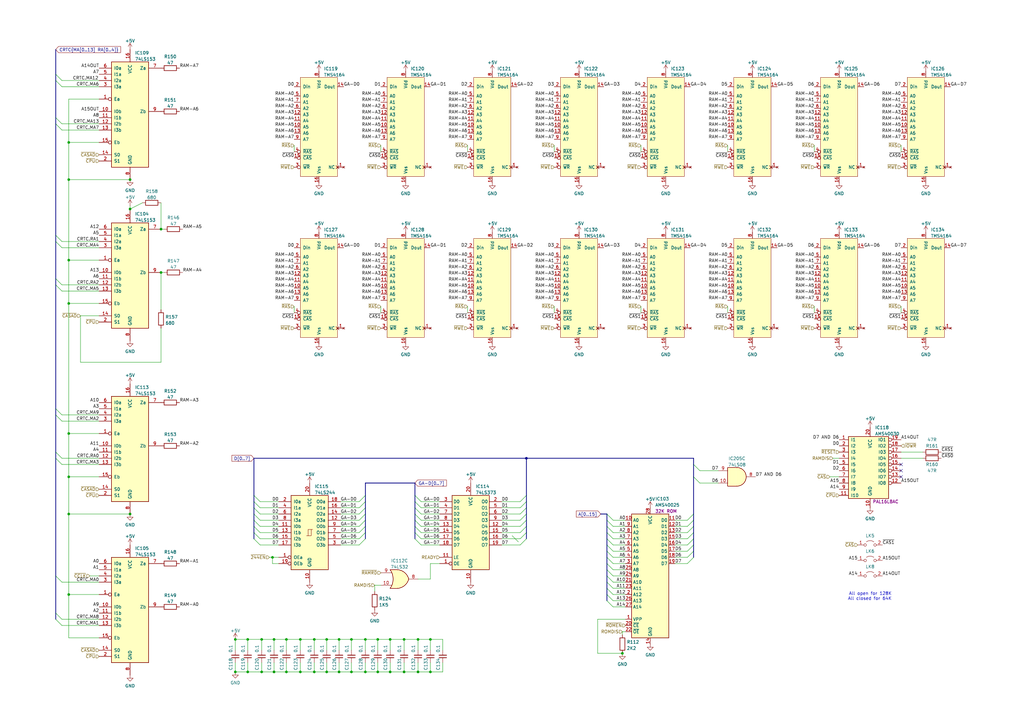
<source format=kicad_sch>
(kicad_sch (version 20211123) (generator eeschema)
  (paper "A3")
  (title_block (title "CPC6128 MC0020x memory") (date "2022-08-20") (rev "1") (company "Amstrad plc"))
  (junction (at 53.34 73.66))
  (junction (at 139.065 275.59))
  (junction (at 53.34 85.725))
  (junction (at 28.194 58.42))
  (junction (at 111.76 228.6))
  (junction (at 123.19 275.59))
  (junction (at 107.315 275.59))
  (junction (at 101.6 262.255))
  (junction (at 128.905 275.59))
  (junction (at 176.53 275.59))
  (junction (at 165.735 275.59))
  (junction (at 117.475 275.59))
  (junction (at 66.04 93.98))
  (junction (at 165.735 262.255))
  (junction (at 144.145 262.255))
  (junction (at 176.53 262.255))
  (junction (at 96.52 262.255))
  (junction (at 133.985 275.59))
  (junction (at 139.065 262.255))
  (junction (at 171.45 262.255))
  (junction (at 154.94 262.255))
  (junction (at 154.94 275.59))
  (junction (at 28.194 124.46))
  (junction (at 112.395 275.59))
  (junction (at 101.6 275.59))
  (junction (at 160.02 275.59))
  (junction (at 123.19 262.255))
  (junction (at 112.395 262.255))
  (junction (at 133.985 262.255))
  (junction (at 53.34 210.82))
  (junction (at 149.86 275.59))
  (junction (at 117.475 262.255))
  (junction (at 107.315 262.255))
  (junction (at 171.45 275.59))
  (junction (at 28.194 210.82))
  (junction (at 128.905 262.255))
  (junction (at 255.27 267.97))
  (junction (at 28.194 195.58))
  (junction (at 149.86 262.255))
  (junction (at 66.04 111.76))
  (junction (at 215.9 187.96))
  (junction (at 28.194 106.68))
  (junction (at 28.194 73.66))
  (junction (at 28.194 177.8))
  (junction (at 144.145 275.59))
  (junction (at 96.52 275.59))
  (junction (at 28.194 243.84))
  (junction (at 160.02 262.255))
  (no_connect (at 369.57 190.5))
  (no_connect (at 369.57 193.04))
  (no_connect (at 369.57 195.58))
  (bus_entry (at 22.86 170.18) (size 2.54 2.54))
  (bus_entry (at 284.48 195.58) (size 2.54 2.54))
  (bus_entry (at 22.86 99.06) (size 2.54 2.54))
  (bus_entry (at 215.9 213.36) (size -2.54 2.54))
  (bus_entry (at 170.18 218.44) (size 2.54 2.54))
  (bus_entry (at 22.86 251.46) (size 2.54 2.54))
  (bus_entry (at 248.92 220.98) (size 2.54 2.54))
  (bus_entry (at 284.48 190.5) (size 2.54 2.54))
  (bus_entry (at 22.86 236.22) (size 2.54 2.54))
  (bus_entry (at 22.86 187.96) (size 2.54 2.54))
  (bus_entry (at 22.86 96.52) (size 2.54 2.54))
  (bus_entry (at 210.058 219.71) (size 2.54 2.54))
  (bus_entry (at 284.48 213.36) (size -2.54 2.54))
  (bus_entry (at 248.92 228.6) (size 2.54 2.54))
  (bus_entry (at 149.86 210.82) (size -2.54 2.54))
  (bus_entry (at 22.86 185.42) (size 2.54 2.54))
  (bus_entry (at 248.92 241.3) (size 2.54 2.54))
  (bus_entry (at 170.18 205.74) (size 2.54 2.54))
  (bus_entry (at 22.86 114.3) (size 2.54 2.54))
  (bus_entry (at 22.86 48.26) (size 2.54 2.54))
  (bus_entry (at 104.14 213.36) (size 2.54 2.54))
  (bus_entry (at 248.92 215.9) (size 2.54 2.54))
  (bus_entry (at 248.92 210.82) (size 2.54 2.54))
  (bus_entry (at 248.92 238.76) (size 2.54 2.54))
  (bus_entry (at 248.92 223.52) (size 2.54 2.54))
  (bus_entry (at 149.86 218.44) (size -2.54 2.54))
  (bus_entry (at 170.18 215.9) (size 2.54 2.54))
  (bus_entry (at 215.9 220.98) (size -2.54 2.54))
  (bus_entry (at 284.48 223.52) (size -2.54 2.54))
  (bus_entry (at 215.9 218.44) (size -2.54 2.54))
  (bus_entry (at 215.9 208.28) (size -2.54 2.54))
  (bus_entry (at 149.86 205.74) (size -2.54 2.54))
  (bus_entry (at 248.92 213.36) (size 2.54 2.54))
  (bus_entry (at 215.9 205.74) (size -2.54 2.54))
  (bus_entry (at 170.18 210.82) (size 2.54 2.54))
  (bus_entry (at 104.14 208.28) (size 2.54 2.54))
  (bus_entry (at 248.92 236.22) (size 2.54 2.54))
  (bus_entry (at 248.92 231.14) (size 2.54 2.54))
  (bus_entry (at 22.86 167.64) (size 2.54 2.54))
  (bus_entry (at 284.48 220.98) (size -2.54 2.54))
  (bus_entry (at 284.48 218.44) (size -2.54 2.54))
  (bus_entry (at 104.14 220.98) (size 2.54 2.54))
  (bus_entry (at 22.86 33.02) (size 2.54 2.54))
  (bus_entry (at 215.9 215.9) (size -2.54 2.54))
  (bus_entry (at 170.18 213.36) (size 2.54 2.54))
  (bus_entry (at 248.92 243.84) (size 2.54 2.54))
  (bus_entry (at 248.92 246.38) (size 2.54 2.54))
  (bus_entry (at 149.86 213.36) (size -2.54 2.54))
  (bus_entry (at 104.14 203.2) (size 2.54 2.54))
  (bus_entry (at 149.86 215.9) (size -2.54 2.54))
  (bus_entry (at 22.86 30.48) (size 2.54 2.54))
  (bus_entry (at 104.14 210.82) (size 2.54 2.54))
  (bus_entry (at 284.48 228.6) (size -2.54 2.54))
  (bus_entry (at 22.86 116.84) (size 2.54 2.54))
  (bus_entry (at 284.48 226.06) (size -2.54 2.54))
  (bus_entry (at 215.9 203.2) (size -2.54 2.54))
  (bus_entry (at 22.86 50.8) (size 2.54 2.54))
  (bus_entry (at 248.92 233.68) (size 2.54 2.54))
  (bus_entry (at 104.14 218.44) (size 2.54 2.54))
  (bus_entry (at 248.92 226.06) (size 2.54 2.54))
  (bus_entry (at 215.9 210.82) (size -2.54 2.54))
  (bus_entry (at 149.86 203.2) (size -2.54 2.54))
  (bus_entry (at 284.48 215.9) (size -2.54 2.54))
  (bus_entry (at 284.48 210.82) (size -2.54 2.54))
  (bus_entry (at 170.18 203.2) (size 2.54 2.54))
  (bus_entry (at 170.18 220.98) (size 2.54 2.54))
  (bus_entry (at 104.14 215.9) (size 2.54 2.54))
  (bus_entry (at 149.86 208.28) (size -2.54 2.54))
  (bus_entry (at 170.18 208.28) (size 2.54 2.54))
  (bus_entry (at 248.92 218.44) (size 2.54 2.54))
  (bus_entry (at 149.86 220.98) (size -2.54 2.54))
  (bus_entry (at 22.86 254) (size 2.54 2.54))
  (bus_entry (at 104.14 205.74) (size 2.54 2.54))
  (wire (pts (xy 110.49 228.6) (xy 111.76 228.6)))
  (wire (pts (xy 25.4 172.72) (xy 40.64 172.72)))
  (wire (pts (xy 28.194 124.46) (xy 28.194 106.68)))
  (bus (pts (xy 149.86 215.9) (xy 149.86 218.44)))
  (wire (pts (xy 256.54 246.38) (xy 251.46 246.38)))
  (wire (pts (xy 205.74 218.44) (xy 213.36 218.44)))
  (wire (pts (xy 281.94 218.44) (xy 276.86 218.44)))
  (wire (pts (xy 139.7 223.52) (xy 147.32 223.52)))
  (wire (pts (xy 256.54 228.6) (xy 251.46 228.6)))
  (wire (pts (xy 205.74 208.28) (xy 213.36 208.28)))
  (wire (pts (xy 369.57 187.96) (xy 378.46 187.96)))
  (bus (pts (xy 104.14 210.82) (xy 104.14 213.36)))
  (bus (pts (xy 22.86 116.84) (xy 22.86 167.64)))
  (wire (pts (xy 139.7 215.9) (xy 147.32 215.9)))
  (wire (pts (xy 133.985 275.59) (xy 133.985 271.78)))
  (wire (pts (xy 66.04 111.76) (xy 66.04 127)))
  (wire (pts (xy 106.68 213.36) (xy 114.3 213.36)))
  (wire (pts (xy 191.77 125.73) (xy 191.77 128.27)))
  (wire (pts (xy 25.4 116.84) (xy 40.64 116.84)))
  (wire (pts (xy 40.64 124.46) (xy 28.194 124.46)))
  (bus (pts (xy 284.48 187.96) (xy 215.9 187.96)))
  (bus (pts (xy 170.18 198.12) (xy 170.18 203.2)))
  (wire (pts (xy 123.19 275.59) (xy 128.905 275.59)))
  (wire (pts (xy 281.94 223.52) (xy 276.86 223.52)))
  (bus (pts (xy 104.14 218.44) (xy 104.14 220.98)))
  (wire (pts (xy 149.86 275.59) (xy 154.94 275.59)))
  (bus (pts (xy 149.86 210.82) (xy 149.86 213.36)))
  (wire (pts (xy 256.54 238.76) (xy 251.46 238.76)))
  (bus (pts (xy 248.92 241.3) (xy 248.92 243.84)))
  (bus (pts (xy 22.86 187.96) (xy 22.86 236.22)))
  (wire (pts (xy 160.02 275.59) (xy 160.02 271.78)))
  (wire (pts (xy 120.65 125.73) (xy 120.65 128.27)))
  (bus (pts (xy 22.86 185.42) (xy 22.86 187.96)))
  (bus (pts (xy 248.92 228.6) (xy 248.92 231.14)))
  (wire (pts (xy 106.68 220.98) (xy 114.3 220.98)))
  (wire (pts (xy 160.02 275.59) (xy 165.735 275.59)))
  (wire (pts (xy 176.53 231.14) (xy 176.53 237.49)))
  (bus (pts (xy 248.92 226.06) (xy 248.92 228.6)))
  (wire (pts (xy 165.735 266.7) (xy 165.735 262.255)))
  (wire (pts (xy 256.54 241.3) (xy 251.46 241.3)))
  (wire (pts (xy 128.905 275.59) (xy 128.905 271.78)))
  (wire (pts (xy 176.53 275.59) (xy 181.61 275.59)))
  (wire (pts (xy 176.53 262.255) (xy 171.45 262.255)))
  (wire (pts (xy 28.194 73.66) (xy 28.194 106.68)))
  (bus (pts (xy 248.92 233.68) (xy 248.92 236.22)))
  (wire (pts (xy 171.45 275.59) (xy 176.53 275.59)))
  (wire (pts (xy 28.194 261.62) (xy 28.194 243.84)))
  (wire (pts (xy 25.4 254) (xy 40.64 254)))
  (wire (pts (xy 227.33 125.73) (xy 227.33 128.27)))
  (wire (pts (xy 107.315 262.255) (xy 107.315 266.7)))
  (bus (pts (xy 22.86 114.3) (xy 22.86 116.84)))
  (wire (pts (xy 334.01 59.69) (xy 334.01 62.23)))
  (bus (pts (xy 284.48 226.06) (xy 284.48 228.6)))
  (wire (pts (xy 256.54 233.68) (xy 251.46 233.68)))
  (bus (pts (xy 248.92 238.76) (xy 248.92 241.3)))
  (wire (pts (xy 28.194 177.8) (xy 40.64 177.8)))
  (wire (pts (xy 106.68 218.44) (xy 114.3 218.44)))
  (wire (pts (xy 205.74 223.52) (xy 213.36 223.52)))
  (bus (pts (xy 215.9 210.82) (xy 215.9 208.28)))
  (wire (pts (xy 154.94 275.59) (xy 154.94 271.78)))
  (wire (pts (xy 144.145 275.59) (xy 144.145 271.78)))
  (bus (pts (xy 215.9 205.74) (xy 215.9 203.2)))
  (wire (pts (xy 33.02 148.59) (xy 33.02 129.54)))
  (wire (pts (xy 281.94 215.9) (xy 276.86 215.9)))
  (wire (pts (xy 205.74 215.9) (xy 213.36 215.9)))
  (wire (pts (xy 256.54 236.22) (xy 251.46 236.22)))
  (wire (pts (xy 25.4 101.6) (xy 40.64 101.6)))
  (bus (pts (xy 22.86 236.22) (xy 22.86 251.46)))
  (wire (pts (xy 28.194 40.64) (xy 40.64 40.64)))
  (bus (pts (xy 170.18 218.44) (xy 170.18 220.98)))
  (wire (pts (xy 139.7 218.44) (xy 147.32 218.44)))
  (bus (pts (xy 170.18 208.28) (xy 170.18 210.82)))
  (wire (pts (xy 66.04 148.59) (xy 33.02 148.59)))
  (wire (pts (xy 144.145 262.255) (xy 139.065 262.255)))
  (wire (pts (xy 172.72 213.36) (xy 180.34 213.36)))
  (wire (pts (xy 25.4 35.56) (xy 40.64 35.56)))
  (wire (pts (xy 205.74 213.36) (xy 213.36 213.36)))
  (bus (pts (xy 22.86 251.46) (xy 22.86 254)))
  (bus (pts (xy 170.18 215.9) (xy 170.18 218.44)))
  (wire (pts (xy 139.065 262.255) (xy 133.985 262.255)))
  (bus (pts (xy 104.14 187.96) (xy 104.14 203.2)))
  (wire (pts (xy 180.34 231.14) (xy 176.53 231.14)))
  (wire (pts (xy 172.72 215.9) (xy 180.34 215.9)))
  (wire (pts (xy 149.86 262.255) (xy 144.145 262.255)))
  (bus (pts (xy 104.14 213.36) (xy 104.14 215.9)))
  (bus (pts (xy 22.86 50.8) (xy 22.86 96.52)))
  (wire (pts (xy 25.4 256.54) (xy 40.64 256.54)))
  (wire (pts (xy 165.735 262.255) (xy 160.02 262.255)))
  (bus (pts (xy 149.86 198.12) (xy 170.18 198.12)))
  (wire (pts (xy 128.905 266.7) (xy 128.905 262.255)))
  (wire (pts (xy 128.905 262.255) (xy 123.19 262.255)))
  (wire (pts (xy 144.145 275.59) (xy 149.86 275.59)))
  (wire (pts (xy 28.194 210.82) (xy 28.194 243.84)))
  (wire (pts (xy 172.72 223.52) (xy 180.34 223.52)))
  (wire (pts (xy 205.74 220.98) (xy 213.36 220.98)))
  (wire (pts (xy 139.7 220.98) (xy 147.32 220.98)))
  (wire (pts (xy 256.54 259.08) (xy 255.27 259.08)))
  (wire (pts (xy 53.34 85.725) (xy 53.34 86.36)))
  (bus (pts (xy 22.86 99.06) (xy 22.86 114.3)))
  (wire (pts (xy 96.52 275.59) (xy 96.52 271.78)))
  (wire (pts (xy 341.63 187.96) (xy 344.17 187.96)))
  (wire (pts (xy 112.395 275.59) (xy 112.395 271.78)))
  (wire (pts (xy 139.065 266.7) (xy 139.065 262.255)))
  (wire (pts (xy 154.94 262.255) (xy 149.86 262.255)))
  (wire (pts (xy 28.194 58.42) (xy 28.194 40.64)))
  (wire (pts (xy 101.6 275.59) (xy 107.315 275.59)))
  (wire (pts (xy 165.735 275.59) (xy 171.45 275.59)))
  (wire (pts (xy 107.315 275.59) (xy 112.395 275.59)))
  (wire (pts (xy 33.02 129.54) (xy 40.64 129.54)))
  (wire (pts (xy 139.7 210.82) (xy 147.32 210.82)))
  (bus (pts (xy 22.86 48.26) (xy 22.86 50.8)))
  (wire (pts (xy 96.52 262.255) (xy 101.6 262.255)))
  (wire (pts (xy 369.57 125.73) (xy 369.57 128.27)))
  (wire (pts (xy 172.72 208.28) (xy 180.34 208.28)))
  (wire (pts (xy 67.31 111.76) (xy 66.04 111.76)))
  (wire (pts (xy 262.89 59.69) (xy 262.89 62.23)))
  (wire (pts (xy 176.53 266.7) (xy 176.53 262.255)))
  (wire (pts (xy 205.74 205.74) (xy 213.36 205.74)))
  (wire (pts (xy 40.64 261.62) (xy 28.194 261.62)))
  (bus (pts (xy 149.86 203.2) (xy 149.86 205.74)))
  (bus (pts (xy 22.86 30.48) (xy 22.86 33.02)))
  (wire (pts (xy 66.04 83.185) (xy 66.04 93.98)))
  (wire (pts (xy 298.45 59.69) (xy 298.45 62.23)))
  (wire (pts (xy 149.86 266.7) (xy 149.86 262.255)))
  (bus (pts (xy 284.48 190.5) (xy 284.48 195.58)))
  (wire (pts (xy 144.145 266.7) (xy 144.145 262.255)))
  (wire (pts (xy 165.735 275.59) (xy 165.735 271.78)))
  (wire (pts (xy 133.985 266.7) (xy 133.985 262.255)))
  (wire (pts (xy 369.57 59.69) (xy 369.57 62.23)))
  (bus (pts (xy 284.48 220.98) (xy 284.48 223.52)))
  (wire (pts (xy 281.94 228.6) (xy 276.86 228.6)))
  (wire (pts (xy 256.54 226.06) (xy 251.46 226.06)))
  (wire (pts (xy 25.4 170.18) (xy 40.64 170.18)))
  (wire (pts (xy 112.395 275.59) (xy 117.475 275.59)))
  (bus (pts (xy 215.9 208.28) (xy 215.9 205.74)))
  (bus (pts (xy 248.92 243.84) (xy 248.92 246.38)))
  (wire (pts (xy 281.94 231.14) (xy 276.86 231.14)))
  (wire (pts (xy 172.72 210.82) (xy 180.34 210.82)))
  (wire (pts (xy 117.475 275.59) (xy 123.19 275.59)))
  (wire (pts (xy 156.21 240.03) (xy 153.67 240.03)))
  (wire (pts (xy 28.194 106.68) (xy 40.64 106.68)))
  (wire (pts (xy 36.83 236.22) (xy 40.64 236.22)))
  (wire (pts (xy 172.72 220.98) (xy 180.34 220.98)))
  (bus (pts (xy 149.86 203.2) (xy 149.86 198.12)))
  (bus (pts (xy 170.18 205.74) (xy 170.18 208.28)))
  (bus (pts (xy 246.38 210.82) (xy 248.92 210.82)))
  (wire (pts (xy 139.065 275.59) (xy 139.065 271.78)))
  (wire (pts (xy 67.31 93.98) (xy 66.04 93.98)))
  (bus (pts (xy 215.9 215.9) (xy 215.9 213.36)))
  (wire (pts (xy 25.4 99.06) (xy 40.64 99.06)))
  (wire (pts (xy 139.7 208.28) (xy 147.32 208.28)))
  (bus (pts (xy 248.92 236.22) (xy 248.92 238.76)))
  (bus (pts (xy 22.86 170.18) (xy 22.86 185.42)))
  (wire (pts (xy 205.74 210.82) (xy 213.36 210.82)))
  (bus (pts (xy 149.86 218.44) (xy 149.86 220.98)))
  (wire (pts (xy 298.45 125.73) (xy 298.45 128.27)))
  (wire (pts (xy 256.54 223.52) (xy 251.46 223.52)))
  (wire (pts (xy 53.34 84.455) (xy 53.34 85.725)))
  (wire (pts (xy 96.52 262.255) (xy 96.52 266.7)))
  (bus (pts (xy 248.92 215.9) (xy 248.92 218.44)))
  (bus (pts (xy 215.9 213.36) (xy 215.9 210.82)))
  (wire (pts (xy 245.11 254) (xy 245.11 267.97)))
  (wire (pts (xy 25.4 53.34) (xy 40.64 53.34)))
  (bus (pts (xy 284.48 223.52) (xy 284.48 226.06)))
  (wire (pts (xy 66.04 134.62) (xy 66.04 148.59)))
  (wire (pts (xy 133.985 275.59) (xy 139.065 275.59)))
  (wire (pts (xy 176.53 275.59) (xy 176.53 271.78)))
  (wire (pts (xy 117.475 266.7) (xy 117.475 262.255)))
  (wire (pts (xy 28.194 124.46) (xy 28.194 177.8)))
  (wire (pts (xy 171.45 262.255) (xy 165.735 262.255)))
  (bus (pts (xy 284.48 218.44) (xy 284.48 220.98)))
  (wire (pts (xy 112.395 262.255) (xy 117.475 262.255)))
  (wire (pts (xy 139.7 213.36) (xy 147.32 213.36)))
  (wire (pts (xy 40.64 58.42) (xy 28.194 58.42)))
  (wire (pts (xy 256.54 248.92) (xy 251.46 248.92)))
  (wire (pts (xy 256.54 254) (xy 245.11 254)))
  (wire (pts (xy 171.45 266.7) (xy 171.45 262.255)))
  (wire (pts (xy 101.6 262.255) (xy 101.6 266.7)))
  (wire (pts (xy 287.02 198.12) (xy 294.64 198.12)))
  (wire (pts (xy 133.985 262.255) (xy 128.905 262.255)))
  (bus (pts (xy 248.92 223.52) (xy 248.92 226.06)))
  (wire (pts (xy 176.53 237.49) (xy 171.45 237.49)))
  (wire (pts (xy 139.065 275.59) (xy 144.145 275.59)))
  (wire (pts (xy 111.76 231.14) (xy 111.76 228.6)))
  (wire (pts (xy 25.4 190.5) (xy 40.64 190.5)))
  (wire (pts (xy 154.94 266.7) (xy 154.94 262.255)))
  (wire (pts (xy 25.4 119.38) (xy 40.64 119.38)))
  (wire (pts (xy 255.27 259.08) (xy 255.27 260.35)))
  (wire (pts (xy 160.02 262.255) (xy 154.94 262.255)))
  (wire (pts (xy 281.94 213.36) (xy 276.86 213.36)))
  (bus (pts (xy 284.48 215.9) (xy 284.48 218.44)))
  (bus (pts (xy 22.86 33.02) (xy 22.86 48.26)))
  (wire (pts (xy 25.4 187.96) (xy 40.64 187.96)))
  (wire (pts (xy 181.61 262.255) (xy 176.53 262.255)))
  (bus (pts (xy 104.14 215.9) (xy 104.14 218.44)))
  (wire (pts (xy 256.54 215.9) (xy 251.46 215.9)))
  (wire (pts (xy 28.194 73.66) (xy 28.194 58.42)))
  (wire (pts (xy 25.4 238.76) (xy 40.64 238.76)))
  (wire (pts (xy 262.89 125.73) (xy 262.89 128.27)))
  (wire (pts (xy 256.54 218.44) (xy 251.46 218.44)))
  (wire (pts (xy 181.61 275.59) (xy 181.61 271.78)))
  (wire (pts (xy 28.194 195.58) (xy 40.64 195.58)))
  (wire (pts (xy 106.68 208.28) (xy 114.3 208.28)))
  (wire (pts (xy 111.76 228.6) (xy 114.3 228.6)))
  (wire (pts (xy 281.94 226.06) (xy 276.86 226.06)))
  (bus (pts (xy 284.48 195.58) (xy 284.48 210.82)))
  (bus (pts (xy 149.86 208.28) (xy 149.86 210.82)))
  (bus (pts (xy 22.86 167.64) (xy 22.86 170.18)))
  (wire (pts (xy 101.6 262.255) (xy 107.315 262.255)))
  (wire (pts (xy 114.3 231.14) (xy 111.76 231.14)))
  (bus (pts (xy 248.92 220.98) (xy 248.92 223.52)))
  (wire (pts (xy 53.34 85.725) (xy 58.42 83.185)))
  (bus (pts (xy 104.14 205.74) (xy 104.14 208.28)))
  (wire (pts (xy 287.02 193.04) (xy 294.64 193.04)))
  (wire (pts (xy 369.57 185.42) (xy 378.46 185.42)))
  (bus (pts (xy 170.18 213.36) (xy 170.18 215.9)))
  (wire (pts (xy 53.34 73.66) (xy 28.194 73.66)))
  (wire (pts (xy 28.194 210.82) (xy 28.194 195.58)))
  (wire (pts (xy 106.68 205.74) (xy 114.3 205.74)))
  (wire (pts (xy 117.475 275.59) (xy 117.475 271.78)))
  (bus (pts (xy 284.48 210.82) (xy 284.48 213.36)))
  (bus (pts (xy 248.92 213.36) (xy 248.92 215.9)))
  (bus (pts (xy 215.9 220.98) (xy 215.9 218.44)))
  (bus (pts (xy 104.14 203.2) (xy 104.14 205.74)))
  (bus (pts (xy 215.9 218.44) (xy 215.9 215.9)))
  (wire (pts (xy 96.52 275.59) (xy 101.6 275.59)))
  (wire (pts (xy 256.54 220.98) (xy 251.46 220.98)))
  (bus (pts (xy 170.18 210.82) (xy 170.18 213.36)))
  (wire (pts (xy 156.21 59.69) (xy 156.21 62.23)))
  (bus (pts (xy 284.48 213.36) (xy 284.48 215.9)))
  (wire (pts (xy 181.61 266.7) (xy 181.61 262.255)))
  (wire (pts (xy 128.905 275.59) (xy 133.985 275.59)))
  (wire (pts (xy 28.194 243.84) (xy 40.64 243.84)))
  (wire (pts (xy 107.315 262.255) (xy 112.395 262.255)))
  (bus (pts (xy 104.14 208.28) (xy 104.14 210.82)))
  (wire (pts (xy 25.4 33.02) (xy 40.64 33.02)))
  (wire (pts (xy 281.94 220.98) (xy 276.86 220.98)))
  (bus (pts (xy 149.86 213.36) (xy 149.86 215.9)))
  (wire (pts (xy 28.194 195.58) (xy 28.194 177.8)))
  (bus (pts (xy 215.9 203.2) (xy 215.9 187.96)))
  (wire (pts (xy 172.72 218.44) (xy 180.34 218.44)))
  (wire (pts (xy 256.54 243.84) (xy 251.46 243.84)))
  (bus (pts (xy 149.86 205.74) (xy 149.86 208.28)))
  (wire (pts (xy 120.65 59.69) (xy 120.65 62.23)))
  (bus (pts (xy 248.92 218.44) (xy 248.92 220.98)))
  (bus (pts (xy 248.92 231.14) (xy 248.92 233.68)))
  (wire (pts (xy 245.11 267.97) (xy 255.27 267.97)))
  (wire (pts (xy 112.395 262.255) (xy 112.395 266.7)))
  (wire (pts (xy 101.6 275.59) (xy 101.6 271.78)))
  (wire (pts (xy 139.7 205.74) (xy 147.32 205.74)))
  (bus (pts (xy 22.86 20.32) (xy 22.86 30.48)))
  (wire (pts (xy 123.19 271.78) (xy 123.19 275.59)))
  (wire (pts (xy 227.33 59.69) (xy 227.33 62.23)))
  (wire (pts (xy 340.36 195.58) (xy 344.17 195.58)))
  (wire (pts (xy 28.194 210.82) (xy 53.34 210.82)))
  (wire (pts (xy 191.77 59.69) (xy 191.77 62.23)))
  (wire (pts (xy 117.475 262.255) (xy 123.19 262.255)))
  (wire (pts (xy 256.54 231.14) (xy 251.46 231.14)))
  (bus (pts (xy 170.18 203.2) (xy 170.18 205.74)))
  (wire (pts (xy 160.02 266.7) (xy 160.02 262.255)))
  (wire (pts (xy 256.54 213.36) (xy 251.46 213.36)))
  (wire (pts (xy 171.45 275.59) (xy 171.45 271.78)))
  (wire (pts (xy 172.72 205.74) (xy 180.34 205.74)))
  (wire (pts (xy 106.68 223.52) (xy 114.3 223.52)))
  (wire (pts (xy 334.01 125.73) (xy 334.01 128.27)))
  (bus (pts (xy 215.9 187.96) (xy 104.14 187.96)))
  (wire (pts (xy 154.94 275.59) (xy 160.02 275.59)))
  (wire (pts (xy 153.67 240.03) (xy 153.67 242.57)))
  (wire (pts (xy 106.68 210.82) (xy 114.3 210.82)))
  (wire (pts (xy 106.68 215.9) (xy 114.3 215.9)))
  (wire (pts (xy 149.86 275.59) (xy 149.86 271.78)))
  (bus (pts (xy 248.92 210.82) (xy 248.92 213.36)))
  (wire (pts (xy 107.315 275.59) (xy 107.315 271.78)))
  (bus (pts (xy 22.86 96.52) (xy 22.86 99.06)))
  (wire (pts (xy 25.4 50.8) (xy 40.64 50.8)))
  (wire (pts (xy 156.21 125.73) (xy 156.21 128.27)))
  (wire (pts (xy 123.19 262.255) (xy 123.19 266.7)))
  (bus (pts (xy 284.48 187.96) (xy 284.48 190.5)))
  (text "All open for 128K\nAll closed for 64K" (at 365.76 246.38 180) (effects (font (size 1.27 1.27)) (justify right bottom)))
  (label "RAM-A4" (at 120.65 115.57 180))
  (label "GA-D2" (at 180.34 210.82 180))
  (label "RAM-A1" (at 334.01 107.95 180))
  (label "A15" (at 351.79 229.87 180))
  (label "D5" (at 276.86 226.06 0))
  (label "GA-D6" (at 354.33 35.56 0))
  (label "A1" (at 256.54 215.9 180))
  (label "D1" (at 205.74 208.28 0))
  (label "RAM-A1" (at 120.65 41.91 180))
  (label "RAM-A5" (at 262.89 118.11 180))
  (label "RAM-A2" (at 334.01 110.49 180))
  (label "RAM-A2" (at 120.65 110.49 180))
  (label "RAM-A5" (at 298.45 52.07 180))
  (label "RAM-A6" (at 73.66 45.72 0))
  (label "RAM-A2" (at 227.33 44.45 180))
  (label "CRTC.MA4" (at 40.64 101.6 180))
  (label "A4" (at 40.64 185.42 180))
  (label "RAM-A4" (at 262.89 115.57 180))
  (label "A12" (at 40.64 93.98 180))
  (label "~{CAS1}" (at 120.65 130.81 180))
  (label "D0" (at 114.3 205.74 180))
  (label "A3" (at 40.64 167.64 180))
  (label "CRTC.MA12" (at 40.386 33.02 180))
  (label "CRTC.MA1" (at 40.64 256.54 180))
  (label "RAM-A7" (at 156.21 57.15 180))
  (label "~{CAS1}" (at 156.21 130.81 180))
  (label "RAM-A3" (at 191.77 46.99 180))
  (label "GA-D7" (at 139.7 223.52 0))
  (label "A0" (at 256.54 213.36 180))
  (label "D2" (at 191.77 35.56 180))
  (label "D0" (at 344.17 182.88 180))
  (label "RAM-A4" (at 120.65 49.53 180))
  (label "RAM-A4" (at 191.77 49.53 180))
  (label "~{CAS0}" (at 120.65 64.77 180))
  (label "GA-D4" (at 283.21 101.6 0))
  (label "RAM-A2" (at 156.21 44.45 180))
  (label "RAM-A0" (at 262.89 39.37 180))
  (label "A6" (at 40.64 114.3 180))
  (label "RAM-A0" (at 73.66 248.92 0))
  (label "RAM-A7" (at 298.45 57.15 180))
  (label "D2" (at 344.17 193.04 180))
  (label "D3" (at 276.86 220.98 0))
  (label "RAM-A7" (at 227.33 123.19 180))
  (label "GA-D5" (at 139.7 218.44 0))
  (label "RAM-A0" (at 298.45 105.41 180))
  (label "RAM-A7" (at 120.65 123.19 180))
  (label "A9" (at 40.64 248.92 180))
  (label "A14OUT" (at 40.64 27.94 180))
  (label "GA-D7" (at 389.89 101.6 0))
  (label "RAM-A0" (at 227.33 39.37 180))
  (label "RAM-A5" (at 191.77 118.11 180))
  (label "D3" (at 227.33 35.56 180))
  (label "CRTC.MA8" (at 40.64 254 180))
  (label "A12" (at 256.54 243.84 180))
  (label "GA-D7" (at 180.34 223.52 180))
  (label "RAM-A5" (at 262.89 52.07 180))
  (label "~{CAS1}" (at 298.45 130.81 180))
  (label "D6" (at 114.3 220.98 180))
  (label "D7" (at 205.74 223.52 0))
  (label "RAM-A0" (at 227.33 105.41 180))
  (label "CRTC.MA7" (at 40.64 53.34 180))
  (label "RAM-A7" (at 262.89 57.15 180))
  (label "RAM-A2" (at 227.33 110.49 180))
  (label "A8" (at 40.64 48.26 180))
  (label "RAM-A4" (at 191.77 115.57 180))
  (label "A11" (at 256.54 241.3 180))
  (label "A2" (at 256.54 218.44 180))
  (label "RAM-A5" (at 298.45 118.11 180))
  (label "RAM-A5" (at 191.77 52.07 180))
  (label "RAM-A3" (at 298.45 113.03 180))
  (label "RAM-A1" (at 191.77 41.91 180))
  (label "D2" (at 114.3 210.82 180))
  (label "A4" (at 256.54 223.52 180))
  (label "CRTC.MA5" (at 40.64 119.38 180))
  (label "D7 AND D6" (at 309.88 195.58 0))
  (label "RAM-A1" (at 120.65 107.95 180))
  (label "RAM-A0" (at 298.45 39.37 180))
  (label "D6" (at 334.01 101.6 180))
  (label "A1" (at 40.64 233.68 180))
  (label "~{CAS0}" (at 227.33 64.77 180))
  (label "RAM-A1" (at 191.77 107.95 180))
  (label "RAM-A6" (at 298.45 120.65 180))
  (label "RAM-A1" (at 227.33 107.95 180))
  (label "D7" (at 369.57 35.56 180))
  (label "D6" (at 294.64 198.12 180))
  (label "D2" (at 276.86 218.44 0))
  (label "RAM-A0" (at 191.77 39.37 180))
  (label "GA-D6" (at 139.7 220.98 0))
  (label "D3" (at 205.74 213.36 0))
  (label "RAM-A5" (at 227.33 118.11 180))
  (label "RAM-A6" (at 298.45 54.61 180))
  (label "D7" (at 294.64 193.04 180))
  (label "RAM-A3" (at 334.01 113.03 180))
  (label "A14OUT" (at 369.57 180.34 0))
  (label "D5" (at 298.45 101.6 180))
  (label "RAM-A5" (at 369.57 118.11 180))
  (label "RAM-A1" (at 369.57 107.95 180))
  (label "GA-D4" (at 180.34 215.9 180))
  (label "~{CAS0}" (at 369.57 64.77 180))
  (label "A7" (at 40.64 30.48 180))
  (label "RAM-A6" (at 334.01 54.61 180))
  (label "RAM-A1" (at 227.33 41.91 180))
  (label "RAM-A5" (at 369.57 52.07 180))
  (label "RAM-A7" (at 369.57 123.19 180))
  (label "RAM-A1" (at 298.45 107.95 180))
  (label "RAM-A0" (at 156.21 39.37 180))
  (label "~{CAS1}" (at 369.57 130.81 180))
  (label "A0" (at 40.64 231.14 180))
  (label "RAM-A0" (at 262.89 105.41 180))
  (label "GA-D1" (at 139.7 208.28 0))
  (label "A11" (at 40.64 182.88 180))
  (label "RAM-A0" (at 334.01 39.37 180))
  (label "~{CAS1}" (at 191.77 130.81 180))
  (label "CRTC.MA0" (at 40.64 238.76 180))
  (label "~{CAS0}" (at 298.45 64.77 180))
  (label "A3" (at 256.54 220.98 180))
  (label "~{CAS1}" (at 334.01 130.81 180))
  (label "GA-D5" (at 318.77 101.6 0))
  (label "GA-D3" (at 247.65 35.56 0))
  (label "D2" (at 205.74 210.82 0))
  (label "RAM-A5" (at 334.01 118.11 180))
  (label "RAM-A7" (at 227.33 57.15 180))
  (label "D2" (at 191.77 101.6 180))
  (label "RAM-A7" (at 298.45 123.19 180))
  (label "GA-D5" (at 180.34 218.44 180))
  (label "RAM-A2" (at 156.21 110.49 180))
  (label "GA-D1" (at 176.53 101.6 0))
  (label "RAM-A7" (at 73.66 27.94 0))
  (label "GA-D4" (at 139.7 215.9 0))
  (label "RAM-A3" (at 156.21 113.03 180))
  (label "RAM-A2" (at 73.66 182.88 0))
  (label "A7" (at 256.54 231.14 180))
  (label "GA-D1" (at 176.53 35.56 0))
  (label "RAM-A6" (at 262.89 54.61 180))
  (label "RAM-A6" (at 262.89 120.65 180))
  (label "D0" (at 205.74 205.74 0))
  (label "RAM-A6" (at 227.33 120.65 180))
  (label "RAM-A4" (at 298.45 115.57 180))
  (label "D3" (at 227.33 101.6 180))
  (label "D6" (at 276.86 228.6 0))
  (label "RAM-A4" (at 369.57 115.57 180))
  (label "D7" (at 369.57 101.6 180))
  (label "RAM-A0" (at 120.65 39.37 180))
  (label "RAM-A3" (at 156.21 46.99 180))
  (label "RAM-A2" (at 298.45 44.45 180))
  (label "GA-D2" (at 139.7 210.82 0))
  (label "A15OUT" (at 361.95 229.87 0))
  (label "CRTC.RA2" (at 40.64 116.84 180))
  (label "GA-D6" (at 354.33 101.6 0))
  (label "RAM-A6" (at 369.57 54.61 180))
  (label "GA-D5" (at 318.77 35.56 0))
  (label "GA-D0" (at 140.97 101.6 0))
  (label "RAM-A7" (at 120.65 57.15 180))
  (label "RAM-A0" (at 369.57 105.41 180))
  (label "D5" (at 114.3 218.44 180))
  (label "D4" (at 114.3 215.9 180))
  (label "RAM-A6" (at 227.33 54.61 180))
  (label "RAM-A7" (at 156.21 123.19 180))
  (label "RAM-A3" (at 369.57 46.99 180))
  (label "CRTC.MA6" (at 40.64 35.56 180))
  (label "RAM-A4" (at 369.57 49.53 180))
  (label "RAM-A6" (at 369.57 120.65 180))
  (label "RAM-A3" (at 262.89 46.99 180))
  (label "RAM-A0" (at 334.01 105.41 180))
  (label "D1" (at 156.21 101.6 180))
  (label "A9" (at 256.54 236.22 180))
  (label "D0" (at 120.65 35.56 180))
  (label "D1" (at 344.17 190.5 180))
  (label "RAM-A7" (at 369.57 57.15 180))
  (label "RAM-A4" (at 156.21 115.57 180))
  (label "A2" (at 40.64 251.46 180))
  (label "RAM-A1" (at 156.21 107.95 180))
  (label "GA-D7" (at 389.89 35.56 0))
  (label "D0" (at 120.65 101.6 180))
  (label "RAM-A1" (at 334.01 41.91 180))
  (label "RAM-A7" (at 191.77 123.19 180))
  (label "RAM-A2" (at 262.89 44.45 180))
  (label "GA-D6" (at 180.34 220.98 180))
  (label "RAM-A2" (at 191.77 44.45 180))
  (label "RAM-A3" (at 73.66 165.1 0))
  (label "D4" (at 276.86 223.52 0))
  (label "RAM-A4" (at 227.33 115.57 180))
  (label "A15OUT" (at 40.64 45.72 180))
  (label "RAM-A1" (at 298.45 41.91 180))
  (label "RAM-A5" (at 156.21 118.11 180))
  (label "~{CAS1}" (at 262.89 130.81 180))
  (label "D4" (at 262.89 101.6 180))
  (label "RAM-A1" (at 156.21 41.91 180))
  (label "D4" (at 205.74 215.9 0))
  (label "RAM-A3" (at 369.57 113.03 180))
  (label "CRTC.RA1" (at 40.64 99.06 180))
  (label "RAM-A7" (at 191.77 57.15 180))
  (label "A10" (at 40.64 165.1 180))
  (label "GA-D2" (at 212.09 35.56 0))
  (label "~{CAS0}" (at 334.01 64.77 180))
  (label "RAM-A1" (at 73.66 231.14 0))
  (label "RAM-A4" (at 334.01 115.57 180))
  (label "RAM-A6" (at 156.21 54.61 180))
  (label "A8" (at 256.54 233.68 180))
  (label "RAM-A0" (at 191.77 105.41 180))
  (label "GA-D0" (at 139.7 205.74 0))
  (label "GA-D3" (at 180.34 213.36 180))
  (label "RAM-A2" (at 262.89 110.49 180))
  (label "RAM-A4" (at 227.33 49.53 180))
  (label "D5" (at 205.74 218.44 0))
  (label "~{CAS0}" (at 262.89 64.77 180))
  (label "D6" (at 334.01 35.56 180))
  (label "A15OUT" (at 369.57 198.12 0))
  (label "CRTC.MA13" (at 40.64 50.8 180))
  (label "A13" (at 256.54 246.38 180))
  (label "RAM-A3" (at 227.33 46.99 180))
  (label "RAM-A6" (at 334.01 120.65 180))
  (label "RAM-A5" (at 156.21 52.07 180))
  (label "CRTC.MA9" (at 40.64 170.18 180))
  (label "RAM-A2" (at 298.45 110.49 180))
  (label "D7" (at 276.86 231.14 0))
  (label "D7" (at 114.3 223.52 180))
  (label "CRTC.MA2" (at 40.64 172.72 180))
  (label "GA-D3" (at 139.7 213.36 0))
  (label "A13" (at 40.64 111.76 180))
  (label "RAM-A5" (at 120.65 52.07 180))
  (label "RAM-A5" (at 120.65 118.11 180))
  (label "~{CAS1}" (at 227.33 130.81 180))
  (label "A14OUT" (at 361.95 236.22 0))
  (label "A14" (at 344.17 200.66 180))
  (label "RAM-A4" (at 262.89 49.53 180))
  (label "RAM-A5" (at 74.93 93.98 0))
  (label "D6" (at 205.74 220.98 0))
  (label "RAM-A6" (at 191.77 120.65 180))
  (label "D5" (at 298.45 35.56 180))
  (label "~{CAS1}" (at 386.08 185.42 0))
  (label "A6" (at 256.54 228.6 180))
  (label "RAM-A7" (at 334.01 57.15 180))
  (label "RAM-A6" (at 191.77 54.61 180))
  (label "GA-D1" (at 180.34 208.28 180))
  (label "RAM-A6" (at 156.21 120.65 180))
  (label "GA-D2" (at 212.09 101.6 0))
  (label "RAM-A0" (at 369.57 39.37 180))
  (label "~{CAS0}" (at 191.77 64.77 180))
  (label "RAM-A1" (at 262.89 41.91 180))
  (label "A10" (at 256.54 238.76 180))
  (label "D3" (at 114.3 213.36 180))
  (label "A5" (at 40.64 96.52 180))
  (label "RAM-A2" (at 369.57 44.45 180))
  (label "RAM-A5" (at 227.33 52.07 180))
  (label "RAM-A6" (at 120.65 120.65 180))
  (label "GA-D0" (at 140.97 35.56 0))
  (label "RAM-A1" (at 262.89 107.95 180))
  (label "CRTC.MA3" (at 40.64 190.5 180))
  (label "RAM-A3" (at 227.33 113.03 180))
  (label "RAM-A0" (at 120.65 105.41 180))
  (label "RAM-A4" (at 298.45 49.53 180))
  (label "RAM-A3" (at 298.45 46.99 180))
  (label "RAM-A2" (at 120.65 44.45 180))
  (label "A5" (at 256.54 226.06 180))
  (label "RAM-A3" (at 334.01 46.99 180))
  (label "GA-D4" (at 283.21 35.56 0))
  (label "RAM-A3" (at 262.89 113.03 180))
  (label "RAM-A4" (at 334.01 49.53 180))
  (label "RAM-A0" (at 156.21 105.41 180))
  (label "RAM-A2" (at 191.77 110.49 180))
  (label "~{CAS0}" (at 386.08 187.96 0))
  (label "RAM-A7" (at 262.89 123.19 180))
  (label "D1" (at 156.21 35.56 180))
  (label "D0" (at 276.86 213.36 0))
  (label "RAM-A5" (at 334.01 52.07 180))
  (label "D1" (at 114.3 208.28 180))
  (label "RAM-A3" (at 191.77 113.03 180))
  (label "RAM-A4" (at 74.93 111.76 0))
  (label "RAM-A3" (at 120.65 113.03 180))
  (label "CRTC.RA0" (at 40.64 187.96 180))
  (label "D7 AND D6" (at 344.17 180.34 180))
  (label "A14" (at 256.54 248.92 180))
  (label "RAM-A3" (at 120.65 46.99 180))
  (label "RAM-A2" (at 369.57 110.49 180))
  (label "A14" (at 351.79 236.22 180))
  (label "A15" (at 344.17 198.12 180))
  (label "RAM-A6" (at 120.65 54.61 180))
  (label "D4" (at 262.89 35.56 180))
  (label "~{CAS1}" (at 361.95 223.52 0))
  (label "RAM-A1" (at 369.57 41.91 180))
  (label "~{CAS0}" (at 156.21 64.77 180))
  (label "GA-D3" (at 247.65 101.6 0))
  (label "RAM-A2" (at 334.01 44.45 180))
  (label "GA-D0" (at 180.34 205.74 180))
  (label "RAM-A4" (at 156.21 49.53 180))
  (label "RAM-A7" (at 334.01 123.19 180))
  (label "D1" (at 276.86 215.9 0))
  (global_label "A[0..15]" (shape input) (at 246.38 210.82 180) (property "Intersheet References" "${INTERSHEET_REFS}" (effects hide)))
  (global_label "D[0..7]" (shape input) (at 104.14 187.96 180) (property "Intersheet References" "${INTERSHEET_REFS}" (effects hide)))
  (global_label "CRTC{MA[0..13] RA[0..4]}" (shape input) (at 22.86 20.32 0) (property "Intersheet References" "${INTERSHEET_REFS}" (effects hide)))
  (global_label "GA-D[0..7]" (shape input) (at 170.18 198.12 0) (property "Intersheet References" "${INTERSHEET_REFS}" (effects hide)))
  (hierarchical_label "~{MWE}" (shape input) (at 156.21 68.58 180))
  (hierarchical_label "~{CASAD}" (shape input) (at 40.64 63.5 180))
  (hierarchical_label "~{MWE}" (shape input) (at 369.57 134.62 180))
  (hierarchical_label "RAMDIS" (shape input) (at 153.67 240.03 180))
  (hierarchical_label "~{MWE}" (shape input) (at 298.45 134.62 180))
  (hierarchical_label "~{CPU}" (shape input) (at 344.17 203.2 180))
  (hierarchical_label "ROMDIS" (shape input) (at 255.27 259.08 180))
  (hierarchical_label "~{RAS}" (shape input) (at 298.45 59.69 180))
  (hierarchical_label "~{MWE}" (shape input) (at 262.89 134.62 180))
  (hierarchical_label "~{RAS}" (shape input) (at 120.65 125.73 180))
  (hierarchical_label "~{RAS}" (shape input) (at 191.77 125.73 180))
  (hierarchical_label "RAMDIS" (shape input) (at 341.63 187.96 180))
  (hierarchical_label "~{MWE}" (shape input) (at 227.33 134.62 180))
  (hierarchical_label "~{CPU}" (shape input) (at 40.64 66.04 180))
  (hierarchical_label "~{CAS}" (shape input) (at 351.79 223.52 180))
  (hierarchical_label "~{RESET}" (shape input) (at 344.17 185.42 180))
  (hierarchical_label "~{CASAD}" (shape input) (at 40.64 200.66 180))
  (hierarchical_label "~{MWE}" (shape input) (at 191.77 68.58 180))
  (hierarchical_label "~{MWE}" (shape input) (at 191.77 134.62 180))
  (hierarchical_label "~{CPU}" (shape input) (at 40.64 269.24 180))
  (hierarchical_label "~{RAS}" (shape input) (at 369.57 59.69 180))
  (hierarchical_label "~{CASAD}" (shape input) (at 40.64 266.7 180))
  (hierarchical_label "~{MWE}" (shape input) (at 334.01 134.62 180))
  (hierarchical_label "~{CPU}" (shape input) (at 40.64 203.2 180))
  (hierarchical_label "~{MWE}" (shape input) (at 369.57 68.58 180))
  (hierarchical_label "~{RAS}" (shape input) (at 334.01 59.69 180))
  (hierarchical_label "~{RAS}" (shape input) (at 262.89 59.69 180))
  (hierarchical_label "~{RAS}" (shape input) (at 227.33 125.73 180))
  (hierarchical_label "~{MWE}" (shape input) (at 120.65 68.58 180))
  (hierarchical_label "READY" (shape input) (at 180.34 228.6 180))
  (hierarchical_label "~{CASAD}" (shape input) (at 33.02 129.54 180))
  (hierarchical_label "~{CCLK}" (shape input) (at 36.83 236.22 180))
  (hierarchical_label "~{244EN}" (shape input) (at 110.49 228.6 180))
  (hierarchical_label "~{RAS}" (shape input) (at 156.21 59.69 180))
  (hierarchical_label "~{RAS}" (shape input) (at 298.45 125.73 180))
  (hierarchical_label "~{RAS}" (shape input) (at 262.89 125.73 180))
  (hierarchical_label "~{RAMRD}" (shape input) (at 156.21 234.95 180))
  (hierarchical_label "~{MWE}" (shape input) (at 334.01 68.58 180))
  (hierarchical_label "~{RAS}" (shape input) (at 227.33 59.69 180))
  (hierarchical_label "~{MWE}" (shape input) (at 262.89 68.58 180))
  (hierarchical_label "~{MWE}" (shape input) (at 298.45 68.58 180))
  (hierarchical_label "~{RAS}" (shape input) (at 334.01 125.73 180))
  (hierarchical_label "~{MWE}" (shape input) (at 156.21 134.62 180))
  (hierarchical_label "~{RAS}" (shape input) (at 369.57 125.73 180))
  (hierarchical_label "~{MWE}" (shape input) (at 227.33 68.58 180))
  (hierarchical_label "~{ROMEN}" (shape input) (at 256.54 256.54 180))
  (hierarchical_label "~{MWE}" (shape input) (at 120.65 134.62 180))
  (hierarchical_label "~{RAS}" (shape input) (at 156.21 125.73 180))
  (hierarchical_label "~{CPU}" (shape input) (at 40.64 132.08 180))
  (hierarchical_label "~{RAS}" (shape input) (at 191.77 59.69 180))
  (hierarchical_label "~{CAS}" (shape input) (at 340.36 195.58 180))
  (hierarchical_label "~{RAS}" (shape input) (at 120.65 59.69 180))
  (hierarchical_label "~{IOWR}" (shape input) (at 369.57 182.88 0))
  (symbol (lib_id "power:GND") (at 344.17 74.93 0) (unit 1)
    (property "Reference" "#PWR0153" (effects hide))
    (property "Value" "GND" (at 344.17 79.3734 0))
  )
  (symbol (lib_id "power:GND") (at 166.37 74.93 0) (unit 1)
    (property "Reference" "#PWR0180" (effects hide))
    (property "Value" "GND" (at 166.37 79.3734 0))
  )
  (symbol (lib_id "CPC_Kicad_symbols:TMS4164") (at 130.81 118.11 0) (unit 1)
    (property "Reference" "IC127" (at 132.8294 94.2172 0) (effects (justify left)))
    (property "Value" "TMS4164" (at 132.8294 96.7541 0) (effects (justify left)))
    (property "Footprint" "Package_DIP:DIP-16_W7.62mm" (effects hide))
  )
  (symbol (lib_id "CPC_Kicad_symbols:TMS4164") (at 237.49 52.07 0) (unit 1)
    (property "Reference" "IC122" (at 239.5094 28.1772 0) (effects (justify left)))
    (property "Value" "TMS4164" (at 239.5094 30.7141 0) (effects (justify left)))
    (property "Footprint" "Package_DIP:DIP-16_W7.62mm" (effects hide))
  )
  (symbol (lib_id "Device:R") (at 255.27 264.16 0) (unit 1)
    (property "Reference" "R112" (at 257.048 263.3253 0) (effects (justify left)))
    (property "Value" "2K2" (at 257.048 265.8622 0) (effects (justify left)))
    (property "Footprint" "Resistor_THT:R_Axial_DIN0207_L6.3mm_D2.5mm_P10.16mm_Horizontal" (effects hide))
  )
  (symbol (lib_id "CPC_Kicad_symbols:TMS4164") (at 166.37 52.07 0) (unit 1)
    (property "Reference" "IC120" (at 168.3894 28.1772 0) (effects (justify left)))
    (property "Value" "TMS4164" (at 168.3894 30.7141 0) (effects (justify left)))
    (property "Footprint" "Package_DIP:DIP-16_W7.62mm" (effects hide))
  )
  (symbol (lib_id "74xx:74LS32") (at 163.83 237.49 0) (unit 3)
    (property "Reference" "IC112" (at 163.83 229.9802 0))
    (property "Value" "74LS32" (at 163.83 232.5171 0))
    (property "Footprint" "Package_DIP:DIP-14_W7.62mm" (effects hide))
    (property "Datasheet" "http://www.ti.com/lit/gpn/sn74LS32" (effects hide))
  )
  (symbol (lib_id "power:GND") (at 237.49 140.97 0) (unit 1)
    (property "Reference" "#PWR0139" (effects hide))
    (property "Value" "GND" (at 237.49 145.4134 0))
  )
  (symbol (lib_id "Device:C_Small") (at 171.45 269.24 180) (unit 1)
    (property "Reference" "C132" (at 169.545 272.415 90))
    (property "Value" "0.1" (at 169.545 266.065 90))
    (property "Footprint" "Capacitor_THT:C_Disc_D4.3mm_W1.9mm_P5.00mm" (effects hide))
  )
  (symbol (lib_id "Device:C_Small") (at 165.735 269.24 180) (unit 1)
    (property "Reference" "C131" (at 163.83 272.415 90))
    (property "Value" "0.1" (at 163.83 266.065 90))
    (property "Footprint" "Capacitor_THT:C_Disc_D4.3mm_W1.9mm_P5.00mm" (effects hide))
  )
  (symbol (lib_id "Device:R") (at 69.85 165.1 90) (unit 1)
    (property "Reference" "R152" (at 69.85 160.3842 90))
    (property "Value" "47" (at 69.85 162.9211 90))
    (property "Footprint" "Resistor_THT:R_Axial_DIN0207_L6.3mm_D2.5mm_P10.16mm_Horizontal" (effects hide))
  )
  (symbol (lib_id "Device:C_Small") (at 107.315 269.24 180) (unit 1)
    (property "Reference" "C120" (at 105.41 272.415 90))
    (property "Value" "0.1" (at 105.41 266.065 90))
    (property "Footprint" "Capacitor_THT:C_Disc_D4.3mm_W1.9mm_P5.00mm" (effects hide))
  )
  (symbol (lib_id "power:GND") (at 308.61 140.97 0) (unit 1)
    (property "Reference" "#PWR0155" (effects hide))
    (property "Value" "GND" (at 308.61 145.4134 0))
  )
  (symbol (lib_id "Device:R") (at 69.85 248.92 90) (unit 1)
    (property "Reference" "R149" (at 69.85 244.2042 90))
    (property "Value" "47" (at 69.85 246.7411 90))
    (property "Footprint" "Resistor_THT:R_Axial_DIN0207_L6.3mm_D2.5mm_P10.16mm_Horizontal" (effects hide))
  )
  (symbol (lib_id "Device:C_Small") (at 112.395 269.24 180) (unit 1)
    (property "Reference" "C121" (at 110.49 272.415 90))
    (property "Value" "0.1" (at 110.49 266.065 90))
    (property "Footprint" "Capacitor_THT:C_Disc_D4.3mm_W1.9mm_P5.00mm" (effects hide))
  )
  (symbol (lib_id "power:+5V") (at 166.37 29.21 0) (unit 1)
    (property "Reference" "#PWR0179" (effects hide))
    (property "Value" "+5V" (at 166.37 25.6342 0))
  )
  (symbol (lib_id "power:+5V") (at 53.34 20.32 0) (unit 1)
    (property "Reference" "#PWR0170" (effects hide))
    (property "Value" "+5V" (at 53.34 16.7442 0))
  )
  (symbol (lib_id "power:+5V") (at 53.34 84.455 0) (unit 1)
    (property "Reference" "#PWR0177" (effects hide))
    (property "Value" "+5V" (at 53.34 80.8792 0))
  )
  (symbol (lib_id "power:GND") (at 266.7 264.16 0) (unit 1)
    (property "Reference" "#PWR0184" (effects hide))
    (property "Value" "GND" (at 266.7 268.6034 0))
  )
  (symbol (lib_id "power:GND") (at 53.34 276.86 0) (unit 1)
    (property "Reference" "#PWR0167" (effects hide))
    (property "Value" "GND" (at 53.34 281.3034 0))
  )
  (symbol (lib_id "power:+5V") (at 308.61 29.21 0) (unit 1)
    (property "Reference" "#PWR0148" (effects hide))
    (property "Value" "+5V" (at 308.61 25.6342 0))
  )
  (symbol (lib_id "power:+5V") (at 308.61 95.25 0) (unit 1)
    (property "Reference" "#PWR0156" (effects hide))
    (property "Value" "+5V" (at 308.61 91.6742 0))
  )
  (symbol (lib_id "CPC_Kicad_symbols:TMS4164") (at 166.37 118.11 0) (unit 1)
    (property "Reference" "IC128" (at 168.3894 94.2172 0) (effects (justify left)))
    (property "Value" "TMS4164" (at 168.3894 96.7541 0) (effects (justify left)))
    (property "Footprint" "Package_DIP:DIP-16_W7.62mm" (effects hide))
  )
  (symbol (lib_id "Device:C_Small") (at 149.86 269.24 180) (unit 1)
    (property "Reference" "C128" (at 147.955 272.415 90))
    (property "Value" "0.1" (at 147.955 266.065 90))
    (property "Footprint" "Capacitor_THT:C_Disc_D4.3mm_W1.9mm_P5.00mm" (effects hide))
  )
  (symbol (lib_id "Device:C_Small") (at 123.19 269.24 180) (unit 1)
    (property "Reference" "C123" (at 121.285 272.415 90))
    (property "Value" "0.1" (at 121.285 266.065 90))
    (property "Footprint" "Capacitor_THT:C_Disc_D4.3mm_W1.9mm_P5.00mm" (effects hide))
  )
  (symbol (lib_id "power:+5V") (at 344.17 29.21 0) (unit 1)
    (property "Reference" "#PWR0152" (effects hide))
    (property "Value" "+5V" (at 344.17 25.6342 0))
  )
  (symbol (lib_id "Device:R") (at 71.12 111.76 90) (unit 1)
    (property "Reference" "R147" (at 71.12 107.0442 90))
    (property "Value" "47" (at 71.12 109.5811 90))
    (property "Footprint" "Resistor_THT:R_Axial_DIN0207_L6.3mm_D2.5mm_P10.16mm_Horizontal" (effects hide))
  )
  (symbol (lib_id "power:GND") (at 379.73 74.93 0) (unit 1)
    (property "Reference" "#PWR0151" (effects hide))
    (property "Value" "GND" (at 379.73 79.3734 0))
  )
  (symbol (lib_id "74xx:74LS153") (at 53.34 111.76 0) (unit 1)
    (property "Reference" "IC104" (at 55.3594 87.7402 0) (effects (justify left)))
    (property "Value" "74LS153" (at 55.3594 90.2771 0) (effects (justify left)))
    (property "Footprint" "Package_DIP:DIP-16_W7.62mm" (effects hide))
    (property "Datasheet" "http://www.ti.com/lit/gpn/sn74LS153" (effects hide))
  )
  (symbol (lib_id "CPC_Kicad_symbols:TMS4164") (at 130.81 52.07 0) (unit 1)
    (property "Reference" "IC119" (at 132.8294 28.1772 0) (effects (justify left)))
    (property "Value" "TMS4164" (at 132.8294 30.7141 0) (effects (justify left)))
    (property "Footprint" "Package_DIP:DIP-16_W7.62mm" (effects hide))
  )
  (symbol (lib_id "CPC_Kicad_symbols:TMS4164") (at 237.49 118.11 0) (unit 1)
    (property "Reference" "IC130" (at 239.5094 94.2172 0) (effects (justify left)))
    (property "Value" "TMS4164" (at 239.5094 96.7541 0) (effects (justify left)))
    (property "Footprint" "Package_DIP:DIP-16_W7.62mm" (effects hide))
  )
  (symbol (lib_id "power:GND") (at 53.34 73.66 0) (unit 1)
    (property "Reference" "#PWR0176" (effects hide))
    (property "Value" "GND" (at 53.34 78.1034 0))
  )
  (symbol (lib_id "power:+5V") (at 379.73 29.21 0) (unit 1)
    (property "Reference" "#PWR0150" (effects hide))
    (property "Value" "+5V" (at 379.73 25.6342 0))
  )
  (symbol (lib_id "Device:R") (at 382.27 187.96 270) (unit 1)
    (property "Reference" "R160" (at 382.27 190.5 90))
    (property "Value" "47R" (at 382.27 193.04 90))
    (property "Footprint" "Resistor_THT:R_Axial_DIN0207_L6.3mm_D2.5mm_P10.16mm_Horizontal" (effects hide))
  )
  (symbol (lib_id "Device:C_Small") (at 128.905 269.24 180) (unit 1)
    (property "Reference" "C124" (at 127 272.415 90))
    (property "Value" "0.1" (at 127 266.065 90))
    (property "Footprint" "Capacitor_THT:C_Disc_D4.3mm_W1.9mm_P5.00mm" (effects hide))
  )
  (symbol (lib_id "power:GND") (at 96.52 275.59 0) (unit 1)
    (property "Reference" "#PWR0194" (effects hide))
    (property "Value" "GND" (at 96.52 280.0334 0))
  )
  (symbol (lib_id "Jumper:Jumper_2_Open") (at 356.87 223.52 0) (unit 1)
    (property "Reference" "LK5" (at 356.87 219.71 0))
    (property "Value" "Jumper_2_Open" (effects hide))
    (property "Footprint" "Amstrad-CPC:LINK" (effects hide))
  )
  (symbol (lib_id "74xx:74LS373") (at 193.04 218.44 0) (unit 1)
    (property "Reference" "IC114" (at 195.0594 199.5002 0) (effects (justify left)))
    (property "Value" "74LS373" (at 195.0594 202.0371 0) (effects (justify left)))
    (property "Footprint" "Package_DIP:DIP-20_W7.62mm" (effects hide))
    (property "Datasheet" "http://www.ti.com/lit/gpn/sn74LS373" (effects hide))
  )
  (symbol (lib_id "CPC_Kicad_symbols:TMS4164") (at 308.61 118.11 0) (unit 1)
    (property "Reference" "IC132" (at 310.6294 94.2172 0) (effects (justify left)))
    (property "Value" "TMS4164" (at 310.6294 96.7541 0) (effects (justify left)))
    (property "Footprint" "Package_DIP:DIP-16_W7.62mm" (effects hide))
  )
  (symbol (lib_id "Device:R") (at 382.27 185.42 270) (unit 1)
    (property "Reference" "R161" (at 382.27 182.88 90))
    (property "Value" "47R" (at 382.27 180.34 90))
    (property "Footprint" "Resistor_THT:R_Axial_DIN0207_L6.3mm_D2.5mm_P10.16mm_Horizontal" (effects hide))
  )
  (symbol (lib_id "Device:C_Small") (at 96.52 269.24 180) (unit 1)
    (property "Reference" "C118" (at 94.615 272.415 90))
    (property "Value" "0.1" (at 94.615 266.065 90))
    (property "Footprint" "Capacitor_THT:C_Disc_D4.3mm_W1.9mm_P5.00mm" (effects hide))
  )
  (symbol (lib_id "power:+5V") (at 266.7 208.28 0) (unit 1)
    (property "Reference" "#PWR0182" (effects hide))
    (property "Value" "+5V" (at 266.7 204.7042 0))
  )
  (symbol (lib_id "74xx:74LS153") (at 53.34 248.92 0) (unit 1)
    (property "Reference" "IC105" (at 55.3594 224.9002 0) (effects (justify left)))
    (property "Value" "74LS153" (at 55.3594 227.4371 0) (effects (justify left)))
    (property "Footprint" "Package_DIP:DIP-16_W7.62mm" (effects hide))
    (property "Datasheet" "http://www.ti.com/lit/gpn/sn74LS153" (effects hide))
  )
  (symbol (lib_id "CPC_Kicad_symbols:TMS4164") (at 273.05 52.07 0) (unit 1)
    (property "Reference" "IC123" (at 275.0694 28.1772 0) (effects (justify left)))
    (property "Value" "TMS4164" (at 275.0694 30.7141 0) (effects (justify left)))
    (property "Footprint" "Package_DIP:DIP-16_W7.62mm" (effects hide))
  )
  (symbol (lib_id "power:GND") (at 153.67 250.19 0) (unit 1)
    (property "Reference" "#PWR0157" (effects hide))
    (property "Value" "GND" (at 153.67 254.6334 0))
  )
  (symbol (lib_id "Memory_EPROM:27C256") (at 266.7 236.22 0) (unit 1)
    (property "Reference" "IC103" (at 268.7194 204.5834 0) (effects (justify left)))
    (property "Value" "AMS40025" (at 268.7194 207.1203 0) (effects (justify left)))
    (property "Footprint" "Package_DIP:DIP-28_W15.24mm" (effects hide))
    (property "Datasheet" "http://ww1.microchip.com/downloads/en/DeviceDoc/doc0014.pdf" (effects hide))
    (property "Field4" "32K ROM" (at 268.7194 209.6572 0) (effects (justify left)))
  )
  (symbol (lib_id "CPC_Kicad_symbols:TMS4164") (at 379.73 118.11 0) (unit 1)
    (property "Reference" "IC134" (at 381.7494 94.2172 0) (effects (justify left)))
    (property "Value" "TMS4164" (at 381.7494 96.7541 0) (effects (justify left)))
    (property "Footprint" "Package_DIP:DIP-16_W7.62mm" (effects hide))
  )
  (symbol (lib_id "power:GND") (at 53.34 210.82 0) (unit 1)
    (property "Reference" "#PWR0168" (effects hide))
    (property "Value" "GND" (at 53.34 215.2634 0))
  )
  (symbol (lib_id "power:+5V") (at 130.81 95.25 0) (unit 1)
    (property "Reference" "#PWR0174" (effects hide))
    (property "Value" "+5V" (at 130.81 91.6742 0))
  )
  (symbol (lib_id "Device:C_Small") (at 101.6 269.24 180) (unit 1)
    (property "Reference" "C119" (at 99.695 272.415 90))
    (property "Value" "0.1" (at 99.695 266.065 90))
    (property "Footprint" "Capacitor_THT:C_Disc_D4.3mm_W1.9mm_P5.00mm" (effects hide))
  )
  (symbol (lib_id "CPC_Kicad_symbols:TMS4164") (at 201.93 118.11 0) (unit 1)
    (property "Reference" "IC129" (at 203.9494 94.2172 0) (effects (justify left)))
    (property "Value" "TMS4164" (at 203.9494 96.7541 0) (effects (justify left)))
    (property "Footprint" "Package_DIP:DIP-16_W7.62mm" (effects hide))
  )
  (symbol (lib_id "power:+5V") (at 273.05 29.21 0) (unit 1)
    (property "Reference" "#PWR0145" (effects hide))
    (property "Value" "+5V" (at 273.05 25.6342 0))
  )
  (symbol (lib_id "Device:C_Small") (at 154.94 269.24 180) (unit 1)
    (property "Reference" "C129" (at 153.035 272.415 90))
    (property "Value" "0.1" (at 153.035 266.065 90))
    (property "Footprint" "Capacitor_THT:C_Disc_D4.3mm_W1.9mm_P5.00mm" (effects hide))
  )
  (symbol (lib_id "Device:R") (at 153.67 246.38 180) (unit 1)
    (property "Reference" "R124" (at 155.448 245.5453 0) (effects (justify right)))
    (property "Value" "1K5" (at 155.448 248.0822 0) (effects (justify right)))
    (property "Footprint" "Resistor_THT:R_Axial_DIN0207_L6.3mm_D2.5mm_P10.16mm_Horizontal" (effects hide))
  )
  (symbol (lib_id "Device:R") (at 66.04 130.81 180) (unit 1)
    (property "Reference" "R157" (at 67.818 129.9753 0) (effects (justify right)))
    (property "Value" "680" (at 67.818 132.5122 0) (effects (justify right)))
    (property "Footprint" "Resistor_THT:R_Axial_DIN0207_L6.3mm_D2.5mm_P10.16mm_Horizontal" (effects hide))
  )
  (symbol (lib_id "CPC_Kicad_symbols:TMS4164") (at 308.61 52.07 0) (unit 1)
    (property "Reference" "IC124" (at 310.6294 28.1772 0) (effects (justify left)))
    (property "Value" "TMS4164" (at 310.6294 30.7141 0) (effects (justify left)))
    (property "Footprint" "Package_DIP:DIP-16_W7.62mm" (effects hide))
  )
  (symbol (lib_id "Device:C_Small") (at 181.61 269.24 180) (unit 1)
    (property "Reference" "C134" (at 179.705 272.415 90))
    (property "Value" "0.1" (at 179.705 266.065 90))
    (property "Footprint" "Capacitor_THT:C_Disc_D4.3mm_W1.9mm_P5.00mm" (effects hide))
  )
  (symbol (lib_id "74xx:74LS153") (at 53.34 45.72 0) (unit 1)
    (property "Reference" "IC109" (at 55.3594 21.7002 0) (effects (justify left)))
    (property "Value" "74LS153" (at 55.3594 24.2371 0) (effects (justify left)))
    (property "Footprint" "Package_DIP:DIP-16_W7.62mm" (effects hide))
    (property "Datasheet" "http://www.ti.com/lit/gpn/sn74LS153" (effects hide))
  )
  (symbol (lib_id "power:+5V") (at 130.81 29.21 0) (unit 1)
    (property "Reference" "#PWR0171" (effects hide))
    (property "Value" "+5V" (at 130.81 25.6342 0))
  )
  (symbol (lib_id "74xx:74LS08") (at 302.26 195.58 0) (unit 3)
    (property "Reference" "IC205" (at 302.26 188.0702 0))
    (property "Value" "74LS08" (at 302.26 190.6071 0))
    (property "Footprint" "Package_DIP:DIP-14_W7.62mm" (effects hide))
    (property "Datasheet" "http://www.ti.com/lit/gpn/sn74LS08" (effects hide))
  )
  (symbol (lib_id "power:+5V") (at 193.04 198.12 0) (unit 1)
    (property "Reference" "#PWR0160" (effects hide))
    (property "Value" "+5V" (at 193.04 194.5442 0))
  )
  (symbol (lib_id "Device:C_Small") (at 133.985 269.24 180) (unit 1)
    (property "Reference" "C125" (at 132.08 272.415 90))
    (property "Value" "0.1" (at 132.08 266.065 90))
    (property "Footprint" "Capacitor_THT:C_Disc_D4.3mm_W1.9mm_P5.00mm" (effects hide))
  )
  (symbol (lib_id "power:GND") (at 273.05 140.97 0) (unit 1)
    (property "Reference" "#PWR0141" (effects hide))
    (property "Value" "GND" (at 273.05 145.4134 0))
  )
  (symbol (lib_id "CPC_Kicad_symbols:TMS4164") (at 344.17 118.11 0) (unit 1)
    (property "Reference" "IC133" (at 346.1894 94.2172 0) (effects (justify left)))
    (property "Value" "TMS4164" (at 346.1894 96.7541 0) (effects (justify left)))
    (property "Footprint" "Package_DIP:DIP-16_W7.62mm" (effects hide))
  )
  (symbol (lib_id "power:GND") (at 193.04 238.76 0) (unit 1)
    (property "Reference" "#PWR0161" (effects hide))
    (property "Value" "GND" (at 193.04 243.2034 0))
  )
  (symbol (lib_id "power:+5V") (at 356.87 175.26 0) (unit 1)
    (property "Reference" "#PWR0185" (effects hide))
    (property "Value" "+5V" (at 356.87 171.6842 0))
  )
  (symbol (lib_id "Logic_Programmable:PAL16L8") (at 356.87 193.04 0) (unit 1)
    (property "Reference" "IC118" (at 358.8894 175.3702 0) (effects (justify left)))
    (property "Value" "AMS40030" (at 358.8894 177.9071 0) (effects (justify left)))
    (property "Footprint" "Package_DIP:DIP-20_W7.62mm_Socket" (effects hide))
    (property "Field4" "PAL16L8AC" (at 363.22 205.74 0))
  )
  (symbol (lib_id "Device:R") (at 69.85 27.94 90) (unit 1)
    (property "Reference" "R150" (at 69.85 23.2242 90))
    (property "Value" "47" (at 69.85 25.7611 90))
    (property "Footprint" "Resistor_THT:R_Axial_DIN0207_L6.3mm_D2.5mm_P10.16mm_Horizontal" (effects hide))
  )
  (symbol (lib_id "Device:R") (at 69.85 45.72 90) (unit 1)
    (property "Reference" "R151" (at 69.85 41.0042 90))
    (property "Value" "47" (at 69.85 43.5411 90))
    (property "Footprint" "Resistor_THT:R_Axial_DIN0207_L6.3mm_D2.5mm_P10.16mm_Horizontal" (effects hide))
  )
  (symbol (lib_id "power:GND") (at 166.37 140.97 0) (unit 1)
    (property "Reference" "#PWR0166" (effects hide))
    (property "Value" "GND" (at 166.37 145.4134 0))
  )
  (symbol (lib_id "Device:C_Small") (at 160.02 269.24 180) (unit 1)
    (property "Reference" "C130" (at 158.115 272.415 90))
    (property "Value" "0.1" (at 158.115 266.065 90))
    (property "Footprint" "Capacitor_THT:C_Disc_D4.3mm_W1.9mm_P5.00mm" (effects hide))
  )
  (symbol (lib_id "power:GND") (at 130.81 140.97 0) (unit 1)
    (property "Reference" "#PWR0159" (effects hide))
    (property "Value" "GND" (at 130.81 145.4134 0))
  )
  (symbol (lib_id "power:GND") (at 273.05 74.93 0) (unit 1)
    (property "Reference" "#PWR0147" (effects hide))
    (property "Value" "GND" (at 273.05 79.3734 0))
  )
  (symbol (lib_id "power:GND") (at 344.17 140.97 0) (unit 1)
    (property "Reference" "#PWR0144" (effects hide))
    (property "Value" "GND" (at 344.17 145.4134 0))
  )
  (symbol (lib_id "power:GND") (at 255.27 267.97 0) (unit 1)
    (property "Reference" "#PWR0183" (effects hide))
    (property "Value" "GND" (at 255.27 272.4134 0))
  )
  (symbol (lib_id "Device:R") (at 62.23 83.185 270) (unit 1)
    (property "Reference" "R158" (at 62.23 78.4692 90))
    (property "Value" "680" (at 62.23 81.0061 90))
    (property "Footprint" "Resistor_THT:R_Axial_DIN0207_L6.3mm_D2.5mm_P10.16mm_Horizontal" (effects hide))
  )
  (symbol (lib_id "power:GND") (at 201.93 140.97 0) (unit 1)
    (property "Reference" "#PWR0165" (effects hide))
    (property "Value" "GND" (at 201.93 145.4134 0))
  )
  (symbol (lib_id "Device:C_Small") (at 117.475 269.24 180) (unit 1)
    (property "Reference" "C122" (at 115.57 272.415 90))
    (property "Value" "0.1" (at 115.57 266.065 90))
    (property "Footprint" "Capacitor_THT:C_Disc_D4.3mm_W1.9mm_P5.00mm" (effects hide))
  )
  (symbol (lib_id "power:+5V") (at 237.49 29.21 0) (unit 1)
    (property "Reference" "#PWR0146" (effects hide))
    (property "Value" "+5V" (at 237.49 25.6342 0))
  )
  (symbol (lib_id "power:+5V") (at 127 198.12 0) (unit 1)
    (property "Reference" "#PWR0158" (effects hide))
    (property "Value" "+5V" (at 127 194.5442 0))
  )
  (symbol (lib_id "power:+5V") (at 53.34 157.48 0) (unit 1)
    (property "Reference" "#PWR0163" (effects hide))
    (property "Value" "+5V" (at 53.34 153.9042 0))
  )
  (symbol (lib_id "Jumper:Jumper_2_Open") (at 356.87 229.87 0) (unit 1)
    (property "Reference" "LK6" (at 356.87 226.06 0))
    (property "Value" "Jumper_2_Open" (effects hide))
    (property "Footprint" "Amstrad-CPC:LINK" (effects hide))
  )
  (symbol (lib_id "power:GND") (at 356.87 208.28 0) (unit 1)
    (property "Reference" "#PWR0186" (effects hide))
    (property "Value" "GND" (at 356.87 212.7234 0))
  )
  (symbol (lib_id "power:+5V") (at 96.52 262.255 0) (unit 1)
    (property "Reference" "#PWR0196" (effects hide))
    (property "Value" "+5V" (at 96.52 258.6792 0))
  )
  (symbol (lib_id "power:GND") (at 127 238.76 0) (unit 1)
    (property "Reference" "#PWR0162" (effects hide))
    (property "Value" "GND" (at 127 243.2034 0))
  )
  (symbol (lib_id "power:+5V") (at 53.34 223.52 0) (unit 1)
    (property "Reference" "#PWR0169" (effects hide))
    (property "Value" "+5V" (at 53.34 219.9442 0))
  )
  (symbol (lib_id "power:+5V") (at 201.93 29.21 0) (unit 1)
    (property "Reference" "#PWR0178" (effects hide))
    (property "Value" "+5V" (at 201.93 25.6342 0))
  )
  (symbol (lib_id "power:+5V") (at 237.49 95.25 0) (unit 1)
    (property "Reference" "#PWR0140" (effects hide))
    (property "Value" "+5V" (at 237.49 91.6742 0))
  )
  (symbol (lib_id "74xx:74LS244") (at 127 218.44 0) (unit 1)
    (property "Reference" "IC115" (at 129.0194 199.5002 0) (effects (justify left)))
    (property "Value" "74LS244" (at 129.0194 202.0371 0) (effects (justify left)))
    (property "Footprint" "Package_DIP:DIP-20_W7.62mm" (effects hide))
    (property "Datasheet" "http://www.ti.com/lit/ds/symlink/sn74ls244.pdf" (effects hide))
  )
  (symbol (lib_id "Device:C_Small") (at 139.065 269.24 180) (unit 1)
    (property "Reference" "C126" (at 137.16 272.415 90))
    (property "Value" "0.1" (at 137.16 266.065 90))
    (property "Footprint" "Capacitor_THT:C_Disc_D4.3mm_W1.9mm_P5.00mm" (effects hide))
  )
  (symbol (lib_id "power:+5V") (at 379.73 95.25 0) (unit 1)
    (property "Reference" "#PWR0142" (effects hide))
    (property "Value" "+5V" (at 379.73 91.6742 0))
  )
  (symbol (lib_id "Device:C_Small") (at 176.53 269.24 180) (unit 1)
    (property "Reference" "C133" (at 174.625 272.415 90))
    (property "Value" "0.1" (at 174.625 266.065 90))
    (property "Footprint" "Capacitor_THT:C_Disc_D4.3mm_W1.9mm_P5.00mm" (effects hide))
  )
  (symbol (lib_id "74xx:74LS153") (at 53.34 182.88 0) (unit 1)
    (property "Reference" "IC113" (at 55.3594 158.8602 0) (effects (justify left)))
    (property "Value" "74LS153" (at 55.3594 161.3971 0) (effects (justify left)))
    (property "Footprint" "Package_DIP:DIP-16_W7.62mm" (effects hide))
    (property "Datasheet" "http://www.ti.com/lit/gpn/sn74LS153" (effects hide))
  )
  (symbol (lib_id "power:GND") (at 308.61 74.93 0) (unit 1)
    (property "Reference" "#PWR0149" (effects hide))
    (property "Value" "GND" (at 308.61 79.3734 0))
  )
  (symbol (lib_id "power:+5V") (at 166.37 95.25 0) (unit 1)
    (property "Reference" "#PWR0173" (effects hide))
    (property "Value" "+5V" (at 166.37 91.6742 0))
  )
  (symbol (lib_id "power:GND") (at 53.34 139.7 0) (unit 1)
    (property "Reference" "#PWR0164" (effects hide))
    (property "Value" "GND" (at 53.34 144.1434 0))
  )
  (symbol (lib_id "Device:R") (at 71.12 93.98 90) (unit 1)
    (property "Reference" "R146" (at 71.12 89.2642 90))
    (property "Value" "47" (at 71.12 91.8011 90))
    (property "Footprint" "Resistor_THT:R_Axial_DIN0207_L6.3mm_D2.5mm_P10.16mm_Horizontal" (effects hide))
  )
  (symbol (lib_id "CPC_Kicad_symbols:TMS4164") (at 344.17 52.07 0) (unit 1)
    (property "Reference" "IC125" (at 346.1894 28.1772 0) (effects (justify left)))
    (property "Value" "TMS4164" (at 346.1894 30.7141 0) (effects (justify left)))
    (property "Footprint" "Package_DIP:DIP-16_W7.62mm" (effects hide))
  )
  (symbol (lib_id "power:GND") (at 237.49 74.93 0) (unit 1)
    (property "Reference" "#PWR0137" (effects hide))
    (property "Value" "GND" (at 237.49 79.3734 0))
  )
  (symbol (lib_id "Jumper:Jumper_2_Open") (at 356.87 236.22 0) (unit 1)
    (property "Reference" "LK8" (at 356.87 232.41 0))
    (property "Value" "Jumper_2_Open" (effects hide))
    (property "Footprint" "Amstrad-CPC:LINK" (effects hide))
  )
  (symbol (lib_id "Device:C_Small") (at 144.145 269.24 180) (unit 1)
    (property "Reference" "C127" (at 142.24 272.415 90))
    (property "Value" "0.1" (at 142.24 266.065 90))
    (property "Footprint" "Capacitor_THT:C_Disc_D4.3mm_W1.9mm_P5.00mm" (effects hide))
  )
  (symbol (lib_id "power:GND") (at 201.93 74.93 0) (unit 1)
    (property "Reference" "#PWR0181" (effects hide))
    (property "Value" "GND" (at 201.93 79.3734 0))
  )
  (symbol (lib_id "power:+5V") (at 344.17 95.25 0) (unit 1)
    (property "Reference" "#PWR0154" (effects hide))
    (property "Value" "+5V" (at 344.17 91.6742 0))
  )
  (symbol (lib_id "power:GND") (at 130.81 74.93 0) (unit 1)
    (property "Reference" "#PWR0172" (effects hide))
    (property "Value" "GND" (at 130.81 79.3734 0))
  )
  (symbol (lib_id "CPC_Kicad_symbols:TMS4164") (at 273.05 118.11 0) (unit 1)
    (property "Reference" "IC131" (at 275.0694 94.2172 0) (effects (justify left)))
    (property "Value" "TMS4164" (at 275.0694 96.7541 0) (effects (justify left)))
    (property "Footprint" "Package_DIP:DIP-16_W7.62mm" (effects hide))
  )
  (symbol (lib_id "power:GND") (at 379.73 140.97 0) (unit 1)
    (property "Reference" "#PWR0143" (effects hide))
    (property "Value" "GND" (at 379.73 145.4134 0))
  )
  (symbol (lib_id "CPC_Kicad_symbols:TMS4164") (at 379.73 52.07 0) (unit 1)
    (property "Reference" "IC126" (at 381.7494 28.1772 0) (effects (justify left)))
    (property "Value" "TMS4164" (at 381.7494 30.7141 0) (effects (justify left)))
    (property "Footprint" "Package_DIP:DIP-16_W7.62mm" (effects hide))
  )
  (symbol (lib_id "Device:R") (at 69.85 182.88 90) (unit 1)
    (property "Reference" "R153" (at 69.85 178.1642 90))
    (property "Value" "47" (at 69.85 180.7011 90))
    (property "Footprint" "Resistor_THT:R_Axial_DIN0207_L6.3mm_D2.5mm_P10.16mm_Horizontal" (effects hide))
  )
  (symbol (lib_id "power:+5V") (at 273.05 95.25 0) (unit 1)
    (property "Reference" "#PWR0138" (effects hide))
    (property "Value" "+5V" (at 273.05 91.6742 0))
  )
  (symbol (lib_id "Device:R") (at 69.85 231.14 90) (unit 1)
    (property "Reference" "R148" (at 69.85 226.4242 90))
    (property "Value" "47" (at 69.85 228.9611 90))
    (property "Footprint" "Resistor_THT:R_Axial_DIN0207_L6.3mm_D2.5mm_P10.16mm_Horizontal" (effects hide))
  )
  (symbol (lib_id "power:+5V") (at 201.93 95.25 0) (unit 1)
    (property "Reference" "#PWR0175" (effects hide))
    (property "Value" "+5V" (at 201.93 91.6742 0))
  )
  (symbol (lib_id "CPC_Kicad_symbols:TMS4164") (at 201.93 52.07 0) (unit 1)
    (property "Reference" "IC121" (at 203.9494 28.1772 0) (effects (justify left)))
    (property "Value" "TMS4164" (at 203.9494 30.7141 0) (effects (justify left)))
    (property "Footprint" "Package_DIP:DIP-16_W7.62mm" (effects hide))
  )
)
</source>
